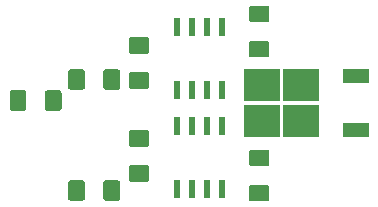
<source format=gtp>
%TF.GenerationSoftware,KiCad,Pcbnew,(5.0.2)-1*%
%TF.CreationDate,2019-07-05T20:57:08+02:00*%
%TF.ProjectId,PSAVanCanBridge_v11,56616e43-616e-4457-9370-33322e6b6963,rev?*%
%TF.SameCoordinates,Original*%
%TF.FileFunction,Paste,Top*%
%TF.FilePolarity,Positive*%
%FSLAX46Y46*%
G04 Gerber Fmt 4.6, Leading zero omitted, Abs format (unit mm)*
G04 Created by KiCad (PCBNEW (5.0.2)-1) date 05/07/2019 20:57:08*
%MOMM*%
%LPD*%
G01*
G04 APERTURE LIST*
%ADD10C,0.100000*%
%ADD11C,1.425000*%
%ADD12R,3.050000X2.750000*%
%ADD13R,2.200000X1.200000*%
%ADD14R,0.600000X1.550000*%
G04 APERTURE END LIST*
D10*
G36*
X59378504Y-44846204D02*
X59402773Y-44849804D01*
X59426571Y-44855765D01*
X59449671Y-44864030D01*
X59471849Y-44874520D01*
X59492893Y-44887133D01*
X59512598Y-44901747D01*
X59530777Y-44918223D01*
X59547253Y-44936402D01*
X59561867Y-44956107D01*
X59574480Y-44977151D01*
X59584970Y-44999329D01*
X59593235Y-45022429D01*
X59599196Y-45046227D01*
X59602796Y-45070496D01*
X59604000Y-45095000D01*
X59604000Y-46345000D01*
X59602796Y-46369504D01*
X59599196Y-46393773D01*
X59593235Y-46417571D01*
X59584970Y-46440671D01*
X59574480Y-46462849D01*
X59561867Y-46483893D01*
X59547253Y-46503598D01*
X59530777Y-46521777D01*
X59512598Y-46538253D01*
X59492893Y-46552867D01*
X59471849Y-46565480D01*
X59449671Y-46575970D01*
X59426571Y-46584235D01*
X59402773Y-46590196D01*
X59378504Y-46593796D01*
X59354000Y-46595000D01*
X58429000Y-46595000D01*
X58404496Y-46593796D01*
X58380227Y-46590196D01*
X58356429Y-46584235D01*
X58333329Y-46575970D01*
X58311151Y-46565480D01*
X58290107Y-46552867D01*
X58270402Y-46538253D01*
X58252223Y-46521777D01*
X58235747Y-46503598D01*
X58221133Y-46483893D01*
X58208520Y-46462849D01*
X58198030Y-46440671D01*
X58189765Y-46417571D01*
X58183804Y-46393773D01*
X58180204Y-46369504D01*
X58179000Y-46345000D01*
X58179000Y-45095000D01*
X58180204Y-45070496D01*
X58183804Y-45046227D01*
X58189765Y-45022429D01*
X58198030Y-44999329D01*
X58208520Y-44977151D01*
X58221133Y-44956107D01*
X58235747Y-44936402D01*
X58252223Y-44918223D01*
X58270402Y-44901747D01*
X58290107Y-44887133D01*
X58311151Y-44874520D01*
X58333329Y-44864030D01*
X58356429Y-44855765D01*
X58380227Y-44849804D01*
X58404496Y-44846204D01*
X58429000Y-44845000D01*
X59354000Y-44845000D01*
X59378504Y-44846204D01*
X59378504Y-44846204D01*
G37*
D11*
X58891500Y-45720000D03*
D10*
G36*
X56403504Y-44846204D02*
X56427773Y-44849804D01*
X56451571Y-44855765D01*
X56474671Y-44864030D01*
X56496849Y-44874520D01*
X56517893Y-44887133D01*
X56537598Y-44901747D01*
X56555777Y-44918223D01*
X56572253Y-44936402D01*
X56586867Y-44956107D01*
X56599480Y-44977151D01*
X56609970Y-44999329D01*
X56618235Y-45022429D01*
X56624196Y-45046227D01*
X56627796Y-45070496D01*
X56629000Y-45095000D01*
X56629000Y-46345000D01*
X56627796Y-46369504D01*
X56624196Y-46393773D01*
X56618235Y-46417571D01*
X56609970Y-46440671D01*
X56599480Y-46462849D01*
X56586867Y-46483893D01*
X56572253Y-46503598D01*
X56555777Y-46521777D01*
X56537598Y-46538253D01*
X56517893Y-46552867D01*
X56496849Y-46565480D01*
X56474671Y-46575970D01*
X56451571Y-46584235D01*
X56427773Y-46590196D01*
X56403504Y-46593796D01*
X56379000Y-46595000D01*
X55454000Y-46595000D01*
X55429496Y-46593796D01*
X55405227Y-46590196D01*
X55381429Y-46584235D01*
X55358329Y-46575970D01*
X55336151Y-46565480D01*
X55315107Y-46552867D01*
X55295402Y-46538253D01*
X55277223Y-46521777D01*
X55260747Y-46503598D01*
X55246133Y-46483893D01*
X55233520Y-46462849D01*
X55223030Y-46440671D01*
X55214765Y-46417571D01*
X55208804Y-46393773D01*
X55205204Y-46369504D01*
X55204000Y-46345000D01*
X55204000Y-45095000D01*
X55205204Y-45070496D01*
X55208804Y-45046227D01*
X55214765Y-45022429D01*
X55223030Y-44999329D01*
X55233520Y-44977151D01*
X55246133Y-44956107D01*
X55260747Y-44936402D01*
X55277223Y-44918223D01*
X55295402Y-44901747D01*
X55315107Y-44887133D01*
X55336151Y-44874520D01*
X55358329Y-44864030D01*
X55381429Y-44855765D01*
X55405227Y-44849804D01*
X55429496Y-44846204D01*
X55454000Y-44845000D01*
X56379000Y-44845000D01*
X56403504Y-44846204D01*
X56403504Y-44846204D01*
G37*
D11*
X55916500Y-45720000D03*
D10*
G36*
X54425504Y-46624204D02*
X54449773Y-46627804D01*
X54473571Y-46633765D01*
X54496671Y-46642030D01*
X54518849Y-46652520D01*
X54539893Y-46665133D01*
X54559598Y-46679747D01*
X54577777Y-46696223D01*
X54594253Y-46714402D01*
X54608867Y-46734107D01*
X54621480Y-46755151D01*
X54631970Y-46777329D01*
X54640235Y-46800429D01*
X54646196Y-46824227D01*
X54649796Y-46848496D01*
X54651000Y-46873000D01*
X54651000Y-48123000D01*
X54649796Y-48147504D01*
X54646196Y-48171773D01*
X54640235Y-48195571D01*
X54631970Y-48218671D01*
X54621480Y-48240849D01*
X54608867Y-48261893D01*
X54594253Y-48281598D01*
X54577777Y-48299777D01*
X54559598Y-48316253D01*
X54539893Y-48330867D01*
X54518849Y-48343480D01*
X54496671Y-48353970D01*
X54473571Y-48362235D01*
X54449773Y-48368196D01*
X54425504Y-48371796D01*
X54401000Y-48373000D01*
X53476000Y-48373000D01*
X53451496Y-48371796D01*
X53427227Y-48368196D01*
X53403429Y-48362235D01*
X53380329Y-48353970D01*
X53358151Y-48343480D01*
X53337107Y-48330867D01*
X53317402Y-48316253D01*
X53299223Y-48299777D01*
X53282747Y-48281598D01*
X53268133Y-48261893D01*
X53255520Y-48240849D01*
X53245030Y-48218671D01*
X53236765Y-48195571D01*
X53230804Y-48171773D01*
X53227204Y-48147504D01*
X53226000Y-48123000D01*
X53226000Y-46873000D01*
X53227204Y-46848496D01*
X53230804Y-46824227D01*
X53236765Y-46800429D01*
X53245030Y-46777329D01*
X53255520Y-46755151D01*
X53268133Y-46734107D01*
X53282747Y-46714402D01*
X53299223Y-46696223D01*
X53317402Y-46679747D01*
X53337107Y-46665133D01*
X53358151Y-46652520D01*
X53380329Y-46642030D01*
X53403429Y-46633765D01*
X53427227Y-46627804D01*
X53451496Y-46624204D01*
X53476000Y-46623000D01*
X54401000Y-46623000D01*
X54425504Y-46624204D01*
X54425504Y-46624204D01*
G37*
D11*
X53938500Y-47498000D03*
D10*
G36*
X51450504Y-46624204D02*
X51474773Y-46627804D01*
X51498571Y-46633765D01*
X51521671Y-46642030D01*
X51543849Y-46652520D01*
X51564893Y-46665133D01*
X51584598Y-46679747D01*
X51602777Y-46696223D01*
X51619253Y-46714402D01*
X51633867Y-46734107D01*
X51646480Y-46755151D01*
X51656970Y-46777329D01*
X51665235Y-46800429D01*
X51671196Y-46824227D01*
X51674796Y-46848496D01*
X51676000Y-46873000D01*
X51676000Y-48123000D01*
X51674796Y-48147504D01*
X51671196Y-48171773D01*
X51665235Y-48195571D01*
X51656970Y-48218671D01*
X51646480Y-48240849D01*
X51633867Y-48261893D01*
X51619253Y-48281598D01*
X51602777Y-48299777D01*
X51584598Y-48316253D01*
X51564893Y-48330867D01*
X51543849Y-48343480D01*
X51521671Y-48353970D01*
X51498571Y-48362235D01*
X51474773Y-48368196D01*
X51450504Y-48371796D01*
X51426000Y-48373000D01*
X50501000Y-48373000D01*
X50476496Y-48371796D01*
X50452227Y-48368196D01*
X50428429Y-48362235D01*
X50405329Y-48353970D01*
X50383151Y-48343480D01*
X50362107Y-48330867D01*
X50342402Y-48316253D01*
X50324223Y-48299777D01*
X50307747Y-48281598D01*
X50293133Y-48261893D01*
X50280520Y-48240849D01*
X50270030Y-48218671D01*
X50261765Y-48195571D01*
X50255804Y-48171773D01*
X50252204Y-48147504D01*
X50251000Y-48123000D01*
X50251000Y-46873000D01*
X50252204Y-46848496D01*
X50255804Y-46824227D01*
X50261765Y-46800429D01*
X50270030Y-46777329D01*
X50280520Y-46755151D01*
X50293133Y-46734107D01*
X50307747Y-46714402D01*
X50324223Y-46696223D01*
X50342402Y-46679747D01*
X50362107Y-46665133D01*
X50383151Y-46652520D01*
X50405329Y-46642030D01*
X50428429Y-46633765D01*
X50452227Y-46627804D01*
X50476496Y-46624204D01*
X50501000Y-46623000D01*
X51426000Y-46623000D01*
X51450504Y-46624204D01*
X51450504Y-46624204D01*
G37*
D11*
X50963500Y-47498000D03*
D10*
G36*
X56403504Y-54244204D02*
X56427773Y-54247804D01*
X56451571Y-54253765D01*
X56474671Y-54262030D01*
X56496849Y-54272520D01*
X56517893Y-54285133D01*
X56537598Y-54299747D01*
X56555777Y-54316223D01*
X56572253Y-54334402D01*
X56586867Y-54354107D01*
X56599480Y-54375151D01*
X56609970Y-54397329D01*
X56618235Y-54420429D01*
X56624196Y-54444227D01*
X56627796Y-54468496D01*
X56629000Y-54493000D01*
X56629000Y-55743000D01*
X56627796Y-55767504D01*
X56624196Y-55791773D01*
X56618235Y-55815571D01*
X56609970Y-55838671D01*
X56599480Y-55860849D01*
X56586867Y-55881893D01*
X56572253Y-55901598D01*
X56555777Y-55919777D01*
X56537598Y-55936253D01*
X56517893Y-55950867D01*
X56496849Y-55963480D01*
X56474671Y-55973970D01*
X56451571Y-55982235D01*
X56427773Y-55988196D01*
X56403504Y-55991796D01*
X56379000Y-55993000D01*
X55454000Y-55993000D01*
X55429496Y-55991796D01*
X55405227Y-55988196D01*
X55381429Y-55982235D01*
X55358329Y-55973970D01*
X55336151Y-55963480D01*
X55315107Y-55950867D01*
X55295402Y-55936253D01*
X55277223Y-55919777D01*
X55260747Y-55901598D01*
X55246133Y-55881893D01*
X55233520Y-55860849D01*
X55223030Y-55838671D01*
X55214765Y-55815571D01*
X55208804Y-55791773D01*
X55205204Y-55767504D01*
X55204000Y-55743000D01*
X55204000Y-54493000D01*
X55205204Y-54468496D01*
X55208804Y-54444227D01*
X55214765Y-54420429D01*
X55223030Y-54397329D01*
X55233520Y-54375151D01*
X55246133Y-54354107D01*
X55260747Y-54334402D01*
X55277223Y-54316223D01*
X55295402Y-54299747D01*
X55315107Y-54285133D01*
X55336151Y-54272520D01*
X55358329Y-54262030D01*
X55381429Y-54253765D01*
X55405227Y-54247804D01*
X55429496Y-54244204D01*
X55454000Y-54243000D01*
X56379000Y-54243000D01*
X56403504Y-54244204D01*
X56403504Y-54244204D01*
G37*
D11*
X55916500Y-55118000D03*
D10*
G36*
X59378504Y-54244204D02*
X59402773Y-54247804D01*
X59426571Y-54253765D01*
X59449671Y-54262030D01*
X59471849Y-54272520D01*
X59492893Y-54285133D01*
X59512598Y-54299747D01*
X59530777Y-54316223D01*
X59547253Y-54334402D01*
X59561867Y-54354107D01*
X59574480Y-54375151D01*
X59584970Y-54397329D01*
X59593235Y-54420429D01*
X59599196Y-54444227D01*
X59602796Y-54468496D01*
X59604000Y-54493000D01*
X59604000Y-55743000D01*
X59602796Y-55767504D01*
X59599196Y-55791773D01*
X59593235Y-55815571D01*
X59584970Y-55838671D01*
X59574480Y-55860849D01*
X59561867Y-55881893D01*
X59547253Y-55901598D01*
X59530777Y-55919777D01*
X59512598Y-55936253D01*
X59492893Y-55950867D01*
X59471849Y-55963480D01*
X59449671Y-55973970D01*
X59426571Y-55982235D01*
X59402773Y-55988196D01*
X59378504Y-55991796D01*
X59354000Y-55993000D01*
X58429000Y-55993000D01*
X58404496Y-55991796D01*
X58380227Y-55988196D01*
X58356429Y-55982235D01*
X58333329Y-55973970D01*
X58311151Y-55963480D01*
X58290107Y-55950867D01*
X58270402Y-55936253D01*
X58252223Y-55919777D01*
X58235747Y-55901598D01*
X58221133Y-55881893D01*
X58208520Y-55860849D01*
X58198030Y-55838671D01*
X58189765Y-55815571D01*
X58183804Y-55791773D01*
X58180204Y-55767504D01*
X58179000Y-55743000D01*
X58179000Y-54493000D01*
X58180204Y-54468496D01*
X58183804Y-54444227D01*
X58189765Y-54420429D01*
X58198030Y-54397329D01*
X58208520Y-54375151D01*
X58221133Y-54354107D01*
X58235747Y-54334402D01*
X58252223Y-54316223D01*
X58270402Y-54299747D01*
X58290107Y-54285133D01*
X58311151Y-54272520D01*
X58333329Y-54262030D01*
X58356429Y-54253765D01*
X58380227Y-54247804D01*
X58404496Y-54244204D01*
X58429000Y-54243000D01*
X59354000Y-54243000D01*
X59378504Y-54244204D01*
X59378504Y-54244204D01*
G37*
D11*
X58891500Y-55118000D03*
D10*
G36*
X61863504Y-42124204D02*
X61887773Y-42127804D01*
X61911571Y-42133765D01*
X61934671Y-42142030D01*
X61956849Y-42152520D01*
X61977893Y-42165133D01*
X61997598Y-42179747D01*
X62015777Y-42196223D01*
X62032253Y-42214402D01*
X62046867Y-42234107D01*
X62059480Y-42255151D01*
X62069970Y-42277329D01*
X62078235Y-42300429D01*
X62084196Y-42324227D01*
X62087796Y-42348496D01*
X62089000Y-42373000D01*
X62089000Y-43298000D01*
X62087796Y-43322504D01*
X62084196Y-43346773D01*
X62078235Y-43370571D01*
X62069970Y-43393671D01*
X62059480Y-43415849D01*
X62046867Y-43436893D01*
X62032253Y-43456598D01*
X62015777Y-43474777D01*
X61997598Y-43491253D01*
X61977893Y-43505867D01*
X61956849Y-43518480D01*
X61934671Y-43528970D01*
X61911571Y-43537235D01*
X61887773Y-43543196D01*
X61863504Y-43546796D01*
X61839000Y-43548000D01*
X60589000Y-43548000D01*
X60564496Y-43546796D01*
X60540227Y-43543196D01*
X60516429Y-43537235D01*
X60493329Y-43528970D01*
X60471151Y-43518480D01*
X60450107Y-43505867D01*
X60430402Y-43491253D01*
X60412223Y-43474777D01*
X60395747Y-43456598D01*
X60381133Y-43436893D01*
X60368520Y-43415849D01*
X60358030Y-43393671D01*
X60349765Y-43370571D01*
X60343804Y-43346773D01*
X60340204Y-43322504D01*
X60339000Y-43298000D01*
X60339000Y-42373000D01*
X60340204Y-42348496D01*
X60343804Y-42324227D01*
X60349765Y-42300429D01*
X60358030Y-42277329D01*
X60368520Y-42255151D01*
X60381133Y-42234107D01*
X60395747Y-42214402D01*
X60412223Y-42196223D01*
X60430402Y-42179747D01*
X60450107Y-42165133D01*
X60471151Y-42152520D01*
X60493329Y-42142030D01*
X60516429Y-42133765D01*
X60540227Y-42127804D01*
X60564496Y-42124204D01*
X60589000Y-42123000D01*
X61839000Y-42123000D01*
X61863504Y-42124204D01*
X61863504Y-42124204D01*
G37*
D11*
X61214000Y-42835500D03*
D10*
G36*
X61863504Y-45099204D02*
X61887773Y-45102804D01*
X61911571Y-45108765D01*
X61934671Y-45117030D01*
X61956849Y-45127520D01*
X61977893Y-45140133D01*
X61997598Y-45154747D01*
X62015777Y-45171223D01*
X62032253Y-45189402D01*
X62046867Y-45209107D01*
X62059480Y-45230151D01*
X62069970Y-45252329D01*
X62078235Y-45275429D01*
X62084196Y-45299227D01*
X62087796Y-45323496D01*
X62089000Y-45348000D01*
X62089000Y-46273000D01*
X62087796Y-46297504D01*
X62084196Y-46321773D01*
X62078235Y-46345571D01*
X62069970Y-46368671D01*
X62059480Y-46390849D01*
X62046867Y-46411893D01*
X62032253Y-46431598D01*
X62015777Y-46449777D01*
X61997598Y-46466253D01*
X61977893Y-46480867D01*
X61956849Y-46493480D01*
X61934671Y-46503970D01*
X61911571Y-46512235D01*
X61887773Y-46518196D01*
X61863504Y-46521796D01*
X61839000Y-46523000D01*
X60589000Y-46523000D01*
X60564496Y-46521796D01*
X60540227Y-46518196D01*
X60516429Y-46512235D01*
X60493329Y-46503970D01*
X60471151Y-46493480D01*
X60450107Y-46480867D01*
X60430402Y-46466253D01*
X60412223Y-46449777D01*
X60395747Y-46431598D01*
X60381133Y-46411893D01*
X60368520Y-46390849D01*
X60358030Y-46368671D01*
X60349765Y-46345571D01*
X60343804Y-46321773D01*
X60340204Y-46297504D01*
X60339000Y-46273000D01*
X60339000Y-45348000D01*
X60340204Y-45323496D01*
X60343804Y-45299227D01*
X60349765Y-45275429D01*
X60358030Y-45252329D01*
X60368520Y-45230151D01*
X60381133Y-45209107D01*
X60395747Y-45189402D01*
X60412223Y-45171223D01*
X60430402Y-45154747D01*
X60450107Y-45140133D01*
X60471151Y-45127520D01*
X60493329Y-45117030D01*
X60516429Y-45108765D01*
X60540227Y-45102804D01*
X60564496Y-45099204D01*
X60589000Y-45098000D01*
X61839000Y-45098000D01*
X61863504Y-45099204D01*
X61863504Y-45099204D01*
G37*
D11*
X61214000Y-45810500D03*
D10*
G36*
X61863504Y-49998204D02*
X61887773Y-50001804D01*
X61911571Y-50007765D01*
X61934671Y-50016030D01*
X61956849Y-50026520D01*
X61977893Y-50039133D01*
X61997598Y-50053747D01*
X62015777Y-50070223D01*
X62032253Y-50088402D01*
X62046867Y-50108107D01*
X62059480Y-50129151D01*
X62069970Y-50151329D01*
X62078235Y-50174429D01*
X62084196Y-50198227D01*
X62087796Y-50222496D01*
X62089000Y-50247000D01*
X62089000Y-51172000D01*
X62087796Y-51196504D01*
X62084196Y-51220773D01*
X62078235Y-51244571D01*
X62069970Y-51267671D01*
X62059480Y-51289849D01*
X62046867Y-51310893D01*
X62032253Y-51330598D01*
X62015777Y-51348777D01*
X61997598Y-51365253D01*
X61977893Y-51379867D01*
X61956849Y-51392480D01*
X61934671Y-51402970D01*
X61911571Y-51411235D01*
X61887773Y-51417196D01*
X61863504Y-51420796D01*
X61839000Y-51422000D01*
X60589000Y-51422000D01*
X60564496Y-51420796D01*
X60540227Y-51417196D01*
X60516429Y-51411235D01*
X60493329Y-51402970D01*
X60471151Y-51392480D01*
X60450107Y-51379867D01*
X60430402Y-51365253D01*
X60412223Y-51348777D01*
X60395747Y-51330598D01*
X60381133Y-51310893D01*
X60368520Y-51289849D01*
X60358030Y-51267671D01*
X60349765Y-51244571D01*
X60343804Y-51220773D01*
X60340204Y-51196504D01*
X60339000Y-51172000D01*
X60339000Y-50247000D01*
X60340204Y-50222496D01*
X60343804Y-50198227D01*
X60349765Y-50174429D01*
X60358030Y-50151329D01*
X60368520Y-50129151D01*
X60381133Y-50108107D01*
X60395747Y-50088402D01*
X60412223Y-50070223D01*
X60430402Y-50053747D01*
X60450107Y-50039133D01*
X60471151Y-50026520D01*
X60493329Y-50016030D01*
X60516429Y-50007765D01*
X60540227Y-50001804D01*
X60564496Y-49998204D01*
X60589000Y-49997000D01*
X61839000Y-49997000D01*
X61863504Y-49998204D01*
X61863504Y-49998204D01*
G37*
D11*
X61214000Y-50709500D03*
D10*
G36*
X61863504Y-52973204D02*
X61887773Y-52976804D01*
X61911571Y-52982765D01*
X61934671Y-52991030D01*
X61956849Y-53001520D01*
X61977893Y-53014133D01*
X61997598Y-53028747D01*
X62015777Y-53045223D01*
X62032253Y-53063402D01*
X62046867Y-53083107D01*
X62059480Y-53104151D01*
X62069970Y-53126329D01*
X62078235Y-53149429D01*
X62084196Y-53173227D01*
X62087796Y-53197496D01*
X62089000Y-53222000D01*
X62089000Y-54147000D01*
X62087796Y-54171504D01*
X62084196Y-54195773D01*
X62078235Y-54219571D01*
X62069970Y-54242671D01*
X62059480Y-54264849D01*
X62046867Y-54285893D01*
X62032253Y-54305598D01*
X62015777Y-54323777D01*
X61997598Y-54340253D01*
X61977893Y-54354867D01*
X61956849Y-54367480D01*
X61934671Y-54377970D01*
X61911571Y-54386235D01*
X61887773Y-54392196D01*
X61863504Y-54395796D01*
X61839000Y-54397000D01*
X60589000Y-54397000D01*
X60564496Y-54395796D01*
X60540227Y-54392196D01*
X60516429Y-54386235D01*
X60493329Y-54377970D01*
X60471151Y-54367480D01*
X60450107Y-54354867D01*
X60430402Y-54340253D01*
X60412223Y-54323777D01*
X60395747Y-54305598D01*
X60381133Y-54285893D01*
X60368520Y-54264849D01*
X60358030Y-54242671D01*
X60349765Y-54219571D01*
X60343804Y-54195773D01*
X60340204Y-54171504D01*
X60339000Y-54147000D01*
X60339000Y-53222000D01*
X60340204Y-53197496D01*
X60343804Y-53173227D01*
X60349765Y-53149429D01*
X60358030Y-53126329D01*
X60368520Y-53104151D01*
X60381133Y-53083107D01*
X60395747Y-53063402D01*
X60412223Y-53045223D01*
X60430402Y-53028747D01*
X60450107Y-53014133D01*
X60471151Y-53001520D01*
X60493329Y-52991030D01*
X60516429Y-52982765D01*
X60540227Y-52976804D01*
X60564496Y-52973204D01*
X60589000Y-52972000D01*
X61839000Y-52972000D01*
X61863504Y-52973204D01*
X61863504Y-52973204D01*
G37*
D11*
X61214000Y-53684500D03*
D10*
G36*
X72023504Y-39457204D02*
X72047773Y-39460804D01*
X72071571Y-39466765D01*
X72094671Y-39475030D01*
X72116849Y-39485520D01*
X72137893Y-39498133D01*
X72157598Y-39512747D01*
X72175777Y-39529223D01*
X72192253Y-39547402D01*
X72206867Y-39567107D01*
X72219480Y-39588151D01*
X72229970Y-39610329D01*
X72238235Y-39633429D01*
X72244196Y-39657227D01*
X72247796Y-39681496D01*
X72249000Y-39706000D01*
X72249000Y-40631000D01*
X72247796Y-40655504D01*
X72244196Y-40679773D01*
X72238235Y-40703571D01*
X72229970Y-40726671D01*
X72219480Y-40748849D01*
X72206867Y-40769893D01*
X72192253Y-40789598D01*
X72175777Y-40807777D01*
X72157598Y-40824253D01*
X72137893Y-40838867D01*
X72116849Y-40851480D01*
X72094671Y-40861970D01*
X72071571Y-40870235D01*
X72047773Y-40876196D01*
X72023504Y-40879796D01*
X71999000Y-40881000D01*
X70749000Y-40881000D01*
X70724496Y-40879796D01*
X70700227Y-40876196D01*
X70676429Y-40870235D01*
X70653329Y-40861970D01*
X70631151Y-40851480D01*
X70610107Y-40838867D01*
X70590402Y-40824253D01*
X70572223Y-40807777D01*
X70555747Y-40789598D01*
X70541133Y-40769893D01*
X70528520Y-40748849D01*
X70518030Y-40726671D01*
X70509765Y-40703571D01*
X70503804Y-40679773D01*
X70500204Y-40655504D01*
X70499000Y-40631000D01*
X70499000Y-39706000D01*
X70500204Y-39681496D01*
X70503804Y-39657227D01*
X70509765Y-39633429D01*
X70518030Y-39610329D01*
X70528520Y-39588151D01*
X70541133Y-39567107D01*
X70555747Y-39547402D01*
X70572223Y-39529223D01*
X70590402Y-39512747D01*
X70610107Y-39498133D01*
X70631151Y-39485520D01*
X70653329Y-39475030D01*
X70676429Y-39466765D01*
X70700227Y-39460804D01*
X70724496Y-39457204D01*
X70749000Y-39456000D01*
X71999000Y-39456000D01*
X72023504Y-39457204D01*
X72023504Y-39457204D01*
G37*
D11*
X71374000Y-40168500D03*
D10*
G36*
X72023504Y-42432204D02*
X72047773Y-42435804D01*
X72071571Y-42441765D01*
X72094671Y-42450030D01*
X72116849Y-42460520D01*
X72137893Y-42473133D01*
X72157598Y-42487747D01*
X72175777Y-42504223D01*
X72192253Y-42522402D01*
X72206867Y-42542107D01*
X72219480Y-42563151D01*
X72229970Y-42585329D01*
X72238235Y-42608429D01*
X72244196Y-42632227D01*
X72247796Y-42656496D01*
X72249000Y-42681000D01*
X72249000Y-43606000D01*
X72247796Y-43630504D01*
X72244196Y-43654773D01*
X72238235Y-43678571D01*
X72229970Y-43701671D01*
X72219480Y-43723849D01*
X72206867Y-43744893D01*
X72192253Y-43764598D01*
X72175777Y-43782777D01*
X72157598Y-43799253D01*
X72137893Y-43813867D01*
X72116849Y-43826480D01*
X72094671Y-43836970D01*
X72071571Y-43845235D01*
X72047773Y-43851196D01*
X72023504Y-43854796D01*
X71999000Y-43856000D01*
X70749000Y-43856000D01*
X70724496Y-43854796D01*
X70700227Y-43851196D01*
X70676429Y-43845235D01*
X70653329Y-43836970D01*
X70631151Y-43826480D01*
X70610107Y-43813867D01*
X70590402Y-43799253D01*
X70572223Y-43782777D01*
X70555747Y-43764598D01*
X70541133Y-43744893D01*
X70528520Y-43723849D01*
X70518030Y-43701671D01*
X70509765Y-43678571D01*
X70503804Y-43654773D01*
X70500204Y-43630504D01*
X70499000Y-43606000D01*
X70499000Y-42681000D01*
X70500204Y-42656496D01*
X70503804Y-42632227D01*
X70509765Y-42608429D01*
X70518030Y-42585329D01*
X70528520Y-42563151D01*
X70541133Y-42542107D01*
X70555747Y-42522402D01*
X70572223Y-42504223D01*
X70590402Y-42487747D01*
X70610107Y-42473133D01*
X70631151Y-42460520D01*
X70653329Y-42450030D01*
X70676429Y-42441765D01*
X70700227Y-42435804D01*
X70724496Y-42432204D01*
X70749000Y-42431000D01*
X71999000Y-42431000D01*
X72023504Y-42432204D01*
X72023504Y-42432204D01*
G37*
D11*
X71374000Y-43143500D03*
D10*
G36*
X72023504Y-54624204D02*
X72047773Y-54627804D01*
X72071571Y-54633765D01*
X72094671Y-54642030D01*
X72116849Y-54652520D01*
X72137893Y-54665133D01*
X72157598Y-54679747D01*
X72175777Y-54696223D01*
X72192253Y-54714402D01*
X72206867Y-54734107D01*
X72219480Y-54755151D01*
X72229970Y-54777329D01*
X72238235Y-54800429D01*
X72244196Y-54824227D01*
X72247796Y-54848496D01*
X72249000Y-54873000D01*
X72249000Y-55798000D01*
X72247796Y-55822504D01*
X72244196Y-55846773D01*
X72238235Y-55870571D01*
X72229970Y-55893671D01*
X72219480Y-55915849D01*
X72206867Y-55936893D01*
X72192253Y-55956598D01*
X72175777Y-55974777D01*
X72157598Y-55991253D01*
X72137893Y-56005867D01*
X72116849Y-56018480D01*
X72094671Y-56028970D01*
X72071571Y-56037235D01*
X72047773Y-56043196D01*
X72023504Y-56046796D01*
X71999000Y-56048000D01*
X70749000Y-56048000D01*
X70724496Y-56046796D01*
X70700227Y-56043196D01*
X70676429Y-56037235D01*
X70653329Y-56028970D01*
X70631151Y-56018480D01*
X70610107Y-56005867D01*
X70590402Y-55991253D01*
X70572223Y-55974777D01*
X70555747Y-55956598D01*
X70541133Y-55936893D01*
X70528520Y-55915849D01*
X70518030Y-55893671D01*
X70509765Y-55870571D01*
X70503804Y-55846773D01*
X70500204Y-55822504D01*
X70499000Y-55798000D01*
X70499000Y-54873000D01*
X70500204Y-54848496D01*
X70503804Y-54824227D01*
X70509765Y-54800429D01*
X70518030Y-54777329D01*
X70528520Y-54755151D01*
X70541133Y-54734107D01*
X70555747Y-54714402D01*
X70572223Y-54696223D01*
X70590402Y-54679747D01*
X70610107Y-54665133D01*
X70631151Y-54652520D01*
X70653329Y-54642030D01*
X70676429Y-54633765D01*
X70700227Y-54627804D01*
X70724496Y-54624204D01*
X70749000Y-54623000D01*
X71999000Y-54623000D01*
X72023504Y-54624204D01*
X72023504Y-54624204D01*
G37*
D11*
X71374000Y-55335500D03*
D10*
G36*
X72023504Y-51649204D02*
X72047773Y-51652804D01*
X72071571Y-51658765D01*
X72094671Y-51667030D01*
X72116849Y-51677520D01*
X72137893Y-51690133D01*
X72157598Y-51704747D01*
X72175777Y-51721223D01*
X72192253Y-51739402D01*
X72206867Y-51759107D01*
X72219480Y-51780151D01*
X72229970Y-51802329D01*
X72238235Y-51825429D01*
X72244196Y-51849227D01*
X72247796Y-51873496D01*
X72249000Y-51898000D01*
X72249000Y-52823000D01*
X72247796Y-52847504D01*
X72244196Y-52871773D01*
X72238235Y-52895571D01*
X72229970Y-52918671D01*
X72219480Y-52940849D01*
X72206867Y-52961893D01*
X72192253Y-52981598D01*
X72175777Y-52999777D01*
X72157598Y-53016253D01*
X72137893Y-53030867D01*
X72116849Y-53043480D01*
X72094671Y-53053970D01*
X72071571Y-53062235D01*
X72047773Y-53068196D01*
X72023504Y-53071796D01*
X71999000Y-53073000D01*
X70749000Y-53073000D01*
X70724496Y-53071796D01*
X70700227Y-53068196D01*
X70676429Y-53062235D01*
X70653329Y-53053970D01*
X70631151Y-53043480D01*
X70610107Y-53030867D01*
X70590402Y-53016253D01*
X70572223Y-52999777D01*
X70555747Y-52981598D01*
X70541133Y-52961893D01*
X70528520Y-52940849D01*
X70518030Y-52918671D01*
X70509765Y-52895571D01*
X70503804Y-52871773D01*
X70500204Y-52847504D01*
X70499000Y-52823000D01*
X70499000Y-51898000D01*
X70500204Y-51873496D01*
X70503804Y-51849227D01*
X70509765Y-51825429D01*
X70518030Y-51802329D01*
X70528520Y-51780151D01*
X70541133Y-51759107D01*
X70555747Y-51739402D01*
X70572223Y-51721223D01*
X70590402Y-51704747D01*
X70610107Y-51690133D01*
X70631151Y-51677520D01*
X70653329Y-51667030D01*
X70676429Y-51658765D01*
X70700227Y-51652804D01*
X70724496Y-51649204D01*
X70749000Y-51648000D01*
X71999000Y-51648000D01*
X72023504Y-51649204D01*
X72023504Y-51649204D01*
G37*
D11*
X71374000Y-52360500D03*
D12*
X74942784Y-46190994D03*
X71592784Y-49240994D03*
X74942784Y-49240994D03*
X71592784Y-46190994D03*
D13*
X79567784Y-45435994D03*
X79567784Y-49995994D03*
D14*
X68199000Y-46642000D03*
X66929000Y-46642000D03*
X65659000Y-46642000D03*
X64389000Y-46642000D03*
X64389000Y-41242000D03*
X65659000Y-41242000D03*
X66929000Y-41242000D03*
X68199000Y-41242000D03*
X64389000Y-55024000D03*
X65659000Y-55024000D03*
X66929000Y-55024000D03*
X68199000Y-55024000D03*
X68199000Y-49624000D03*
X66929000Y-49624000D03*
X65659000Y-49624000D03*
X64389000Y-49624000D03*
M02*

</source>
